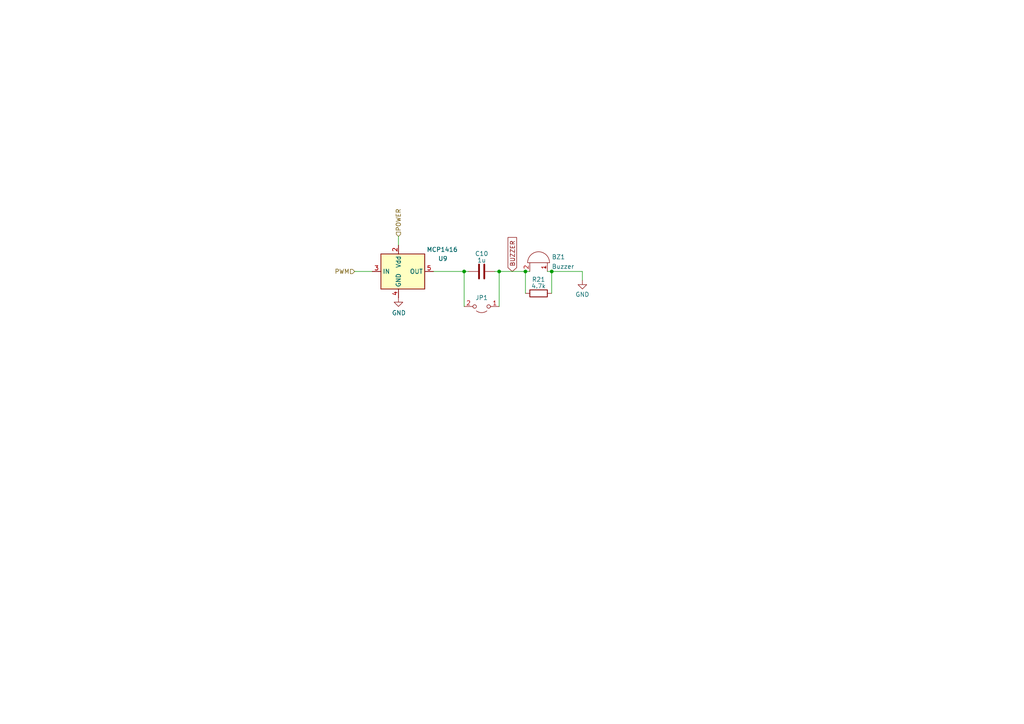
<source format=kicad_sch>
(kicad_sch (version 20230121) (generator eeschema)
  (paper "A4")
  (lib_symbols
    (symbol "Device:Buzzer" (pin_names (offset 0.0254) hide)
      (property "Reference" "BZ" (at 3.81 1.27 0))
      (property "Value" "Buzzer" (at 3.81 -1.27 0))
      (symbol "Buzzer_0_1"
        (arc (start 0 -3.175) (mid 3.1612 0) (end 0 3.175))
        (polyline (pts (xy -1.651 1.905) (xy -1.143 1.905)))
        (polyline (pts (xy -1.397 2.159) (xy -1.397 1.651)))
        (polyline (pts (xy 0 3.175) (xy 0 -3.175)))
      )
      (symbol "Buzzer_1_1"
        (pin passive line (at -2.54 2.54 0) (length 2.54) (name "-") (number "1"))
        (pin passive line (at -2.54 -2.54 0) (length 2.54) (name "+") (number "2"))
      )
    )
    (symbol "Device:C" (pin_numbers hide) (pin_names (offset 0.254))
      (property "Reference" "C" (at 0.635 2.54 0))
      (property "Value" "C" (at 0.635 -2.54 0))
      (symbol "C_0_1"
        (polyline (pts (xy -2.032 -0.762) (xy 2.032 -0.762)) (stroke (width 0.508)))
        (polyline (pts (xy -2.032 0.762) (xy 2.032 0.762)) (stroke (width 0.508)))
      )
      (symbol "C_1_1"
        (pin passive line (at 0 3.81 270) (length 2.794) (name "~") (number "1"))
        (pin passive line (at 0 -3.81 90) (length 2.794) (name "~") (number "2"))
      )
    )
    (symbol "Device:R" (pin_numbers hide) (pin_names (offset 0))
      (property "Reference" "R" (at 2.032 0 90))
      (property "Value" "R" (at 0 0 90))
      (symbol "R_0_1"
        (rectangle (start -1.016 -2.54) (end 1.016 2.54) (stroke (width 0.254)))
      )
      (symbol "R_1_1"
        (pin passive line (at 0 3.81 270) (length 1.27) (name "~") (number "1"))
        (pin passive line (at 0 -3.81 90) (length 1.27) (name "~") (number "2"))
      )
    )
    (symbol "Driver_FET:MCP1416"
      (property "Reference" "U" (at -5.08 6.35 0))
      (property "Value" "MCP1416" (at 1.27 6.35 0))
      (symbol "MCP1416_0_1"
        (rectangle (start -5.08 5.08) (end 7.62 -5.08) (stroke (width 0.254)) (fill (type background)))
      )
      (symbol "MCP1416_1_1"
        (pin no_connect line (at 7.62 -2.54 180) (length 2.54) hide (name "NC") (number "1"))
        (pin power_in line (at 0 7.62 270) (length 2.54) (name "Vdd") (number "2"))
        (pin input line (at -7.62 0 0) (length 2.54) (name "IN") (number "3"))
        (pin power_in line (at 0 -7.62 90) (length 2.54) (name "GND") (number "4"))
        (pin output line (at 10.16 0 180) (length 2.54) (name "OUT") (number "5"))
      )
    )
    (symbol "Jumper:Jumper_2_Open" (pin_names (offset 0) hide)
      (property "Reference" "JP" (at 0 2.794 0))
      (property "Value" "Jumper_2_Open" (at 0 -2.286 0))
      (symbol "Jumper_2_Open_0_0"
        (circle (center -2.032 0) (radius 0.508))
        (circle (center 2.032 0) (radius 0.508))
      )
      (symbol "Jumper_2_Open_0_1"
        (arc (start 1.524 1.27) (mid 0 1.778) (end -1.524 1.27))
      )
      (symbol "Jumper_2_Open_1_1"
        (pin passive line (at -5.08 0 0) (length 2.54) (name "A") (number "1"))
        (pin passive line (at 5.08 0 180) (length 2.54) (name "B") (number "2"))
      )
    )
    (symbol "power:GND" (power) (pin_names (offset 0))
      (property "Value" "GND" (at 0 -3.81 0))
      (symbol "GND_0_1"
        (polyline (pts (xy 0 0) (xy 0 -1.27) (xy 1.27 -1.27) (xy 0 -2.54) (xy -1.27 -1.27) (xy 0 -1.27)))
      )
      (symbol "GND_1_1"
        (pin power_in line (at 0 0 270) (length 0) hide (name "GND") (number "1"))
      )
    )
  )
  (junction (at 152.4 78.74))
  (junction (at 160.02 78.74))
  (junction (at 134.62 78.74))
  (junction (at 144.78 78.74))
  (wire (pts (xy 134.62 78.74) (xy 135.89 78.74)))
  (wire (pts (xy 168.91 78.74) (xy 168.91 81.28)))
  (wire (pts (xy 160.02 85.09) (xy 160.02 78.74)))
  (wire (pts (xy 152.4 78.74) (xy 152.4 85.09)))
  (wire (pts (xy 144.78 78.74) (xy 152.4 78.74)))
  (wire (pts (xy 152.4 78.74) (xy 153.67 78.74)))
  (wire (pts (xy 125.73 78.74) (xy 134.62 78.74)))
  (wire (pts (xy 160.02 78.74) (xy 158.75 78.74)))
  (wire (pts (xy 134.62 78.74) (xy 134.62 88.9)))
  (wire (pts (xy 102.87 78.74) (xy 107.95 78.74)))
  (wire (pts (xy 144.78 78.74) (xy 144.78 88.9)))
  (wire (pts (xy 115.57 68.58) (xy 115.57 71.12)))
  (wire (pts (xy 143.51 78.74) (xy 144.78 78.74)))
  (wire (pts (xy 160.02 78.74) (xy 168.91 78.74)))
  (global_label "BUZZER" (shape input) (at 148.59 78.74 90) (property "Intersheetrefs" "${INTERSHEET_REFS}" (effects hide)))
  (hierarchical_label "PWM" (shape input) (at 102.87 78.74 180))
  (hierarchical_label "POWER" (shape input) (at 115.57 68.58 90))
  (symbol (lib_id "Device:Buzzer") (at 156.21 76.2 270) (mirror x) (unit 1)
    (property "Reference" "BZ1" (at 160.02 74.5295 90) (effects (justify left)))
    (property "Value" "Buzzer" (at 160.02 77.3046 90) (effects (justify left)))
    (property "Footprint" "Capacitor_SMD:CP_Elec_18x22" (effects hide))
    (property "LCSC Part #" "DNP" (effects hide))
  )
  (symbol (lib_id "Jumper:Jumper_2_Open") (at 139.7 88.9 180) (unit 1)
    (property "Reference" "JP1" (at 139.7 86.36 0))
    (property "Value" "Jumper_2_Open" (effects hide))
    (property "Footprint" "Jumper:SolderJumper-2_P1.3mm_Open_RoundedPad1.0x1.5mm" (effects hide))
    (property "LCSC Part #" "DNP" (effects hide))
  )
  (symbol (lib_id "power:GND") (at 115.57 86.36 0) (unit 1)
    (property "Reference" "#PWR0128" (effects hide))
    (property "Value" "GND" (at 115.697 90.7542 0))
    (instances (project "bobbycar" (path "" (reference "#PWR0128") (unit 1)) (path "" (reference "#PWR03") (unit 1))))
  )
  (symbol (lib_id "Device:C") (at 139.7 78.74 90) (unit 1)
    (property "Reference" "C10" (at 139.7 73.5711 90))
    (property "Value" "1u" (at 139.7 75.4921 90))
    (property "Footprint" "Capacitor_SMD:C_0805_2012Metric" (effects hide))
    (property "LCSC Part #" "C28323" (effects hide))
  )
  (symbol (lib_id "power:GND") (at 168.91 81.28 0) (unit 1)
    (property "Reference" "#PWR08" (effects hide))
    (property "Value" "GND" (at 168.91 85.4155 0))
  )
  (symbol (lib_id "Device:R") (at 156.21 85.09 90) (unit 1)
    (property "Reference" "R21" (at 156.21 81.0641 90))
    (property "Value" "4.7k" (at 156.21 82.9851 90))
    (property "Footprint" "Resistor_SMD:R_0603_1608Metric" (effects hide))
    (property "LCSC Part #" "C25900" (effects hide))
  )
  (symbol (lib_id "Driver_FET:MCP1416") (at 115.57 78.74 0) (unit 1)
    (property "Reference" "U9" (at 128.4461 75.0148 0))
    (property "Value" "MCP1416" (at 128.27 72.39 0))
    (property "Footprint" "Package_TO_SOT_SMD:SOT-23-5" (effects hide))
    (property "Datasheet" "http://ww1.microchip.com/downloads/en/DeviceDoc/20002092F.pdf" (effects hide))
    (property "LCSC Part #" "C83775" (effects hide))
  )
)
</source>
